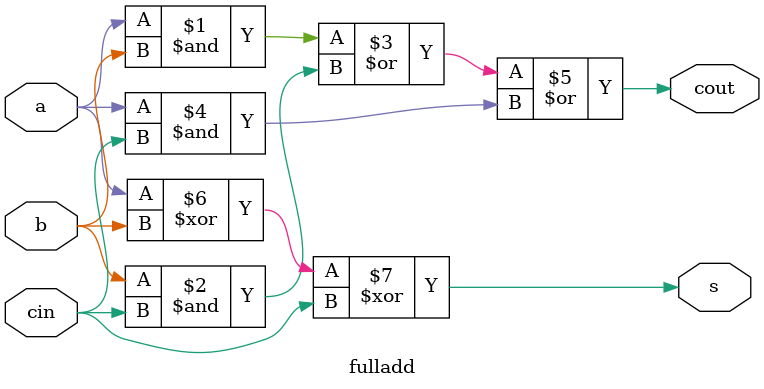
<source format=v>
module fulladd(a, b, cin, s, cout);

input a, b, cin;
output s, cout;
assign cout = (a&b)|(b&cin)|(a&cin);
assign s = a^b^cin;

endmodule

</source>
